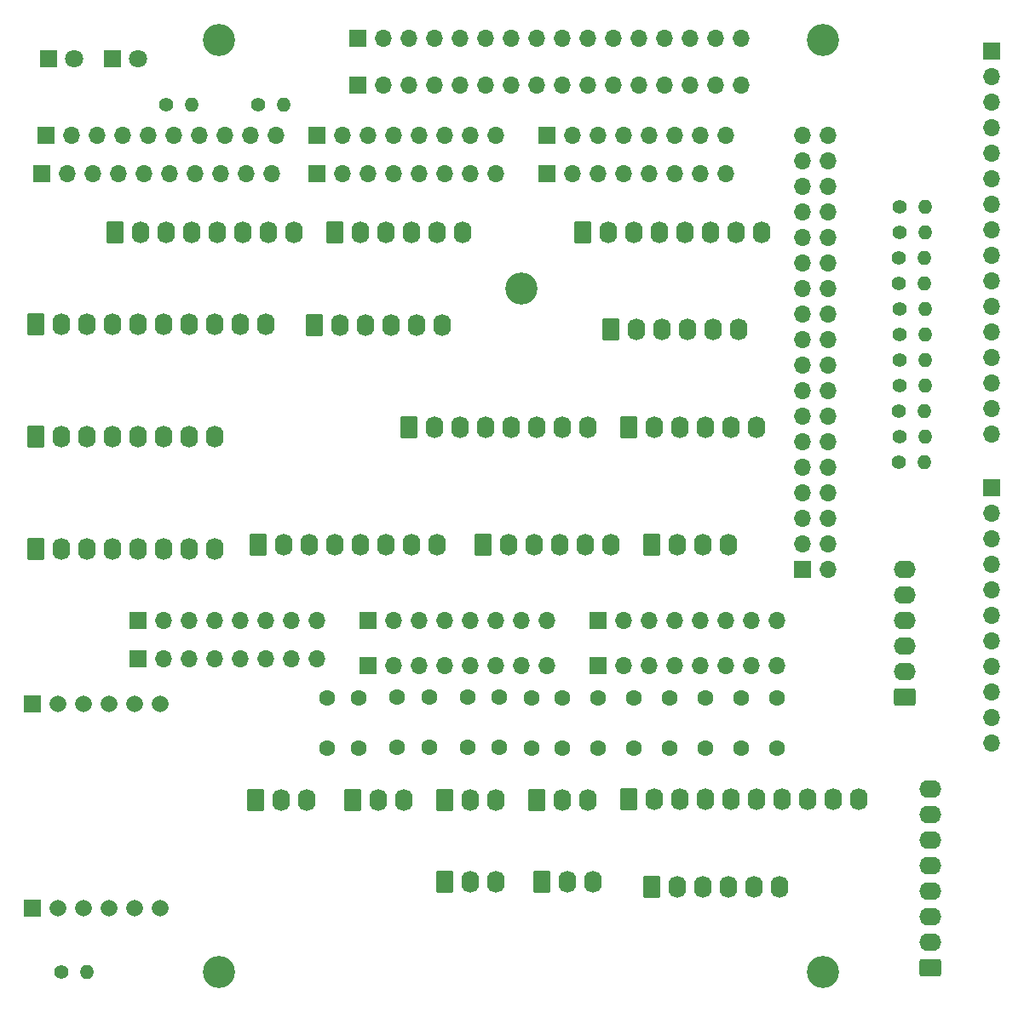
<source format=gbr>
%TF.GenerationSoftware,KiCad,Pcbnew,(6.0.7-1)-1*%
%TF.CreationDate,2023-10-30T19:47:36+10:00*%
%TF.ProjectId,Left Console Input,4c656674-2043-46f6-9e73-6f6c6520496e,rev?*%
%TF.SameCoordinates,Original*%
%TF.FileFunction,Soldermask,Top*%
%TF.FilePolarity,Negative*%
%FSLAX46Y46*%
G04 Gerber Fmt 4.6, Leading zero omitted, Abs format (unit mm)*
G04 Created by KiCad (PCBNEW (6.0.7-1)-1) date 2023-10-30 19:47:36*
%MOMM*%
%LPD*%
G01*
G04 APERTURE LIST*
G04 Aperture macros list*
%AMRoundRect*
0 Rectangle with rounded corners*
0 $1 Rounding radius*
0 $2 $3 $4 $5 $6 $7 $8 $9 X,Y pos of 4 corners*
0 Add a 4 corners polygon primitive as box body*
4,1,4,$2,$3,$4,$5,$6,$7,$8,$9,$2,$3,0*
0 Add four circle primitives for the rounded corners*
1,1,$1+$1,$2,$3*
1,1,$1+$1,$4,$5*
1,1,$1+$1,$6,$7*
1,1,$1+$1,$8,$9*
0 Add four rect primitives between the rounded corners*
20,1,$1+$1,$2,$3,$4,$5,0*
20,1,$1+$1,$4,$5,$6,$7,0*
20,1,$1+$1,$6,$7,$8,$9,0*
20,1,$1+$1,$8,$9,$2,$3,0*%
G04 Aperture macros list end*
%ADD10RoundRect,0.250000X-0.620000X-0.845000X0.620000X-0.845000X0.620000X0.845000X-0.620000X0.845000X0*%
%ADD11O,1.740000X2.190000*%
%ADD12RoundRect,0.250000X0.845000X-0.620000X0.845000X0.620000X-0.845000X0.620000X-0.845000X-0.620000X0*%
%ADD13O,2.190000X1.740000*%
%ADD14C,1.600000*%
%ADD15R,1.700000X1.700000*%
%ADD16O,1.700000X1.700000*%
%ADD17C,1.400000*%
%ADD18O,1.400000X1.400000*%
%ADD19C,3.200000*%
%ADD20R,1.800000X1.800000*%
%ADD21C,1.800000*%
%ADD22R,1.665000X1.665000*%
%ADD23C,1.665000*%
G04 APERTURE END LIST*
D10*
%TO.C,J5*%
X158420000Y-123388000D03*
D11*
X160960000Y-123388000D03*
X163500000Y-123388000D03*
%TD*%
D10*
%TO.C,J4*%
X168072000Y-123388000D03*
D11*
X170612000Y-123388000D03*
X173152000Y-123388000D03*
%TD*%
D10*
%TO.C,J22*%
X125654000Y-58852000D03*
D11*
X128194000Y-58852000D03*
X130734000Y-58852000D03*
X133274000Y-58852000D03*
X135814000Y-58852000D03*
X138354000Y-58852000D03*
X140894000Y-58852000D03*
X143434000Y-58852000D03*
%TD*%
D10*
%TO.C,J21*%
X117780000Y-90348000D03*
D11*
X120320000Y-90348000D03*
X122860000Y-90348000D03*
X125400000Y-90348000D03*
X127940000Y-90348000D03*
X130480000Y-90348000D03*
X133020000Y-90348000D03*
X135560000Y-90348000D03*
%TD*%
D12*
%TO.C,J19*%
X206680000Y-132004000D03*
D13*
X206680000Y-129464000D03*
X206680000Y-126924000D03*
X206680000Y-124384000D03*
X206680000Y-121844000D03*
X206680000Y-119304000D03*
X206680000Y-116764000D03*
X206680000Y-114224000D03*
%TD*%
D10*
%TO.C,J18*%
X176708000Y-78176000D03*
D11*
X179248000Y-78176000D03*
X181788000Y-78176000D03*
X184328000Y-78176000D03*
X186868000Y-78176000D03*
X189408000Y-78176000D03*
%TD*%
D10*
%TO.C,J17*%
X154864000Y-78176000D03*
D11*
X157404000Y-78176000D03*
X159944000Y-78176000D03*
X162484000Y-78176000D03*
X165024000Y-78176000D03*
X167564000Y-78176000D03*
X170104000Y-78176000D03*
X172644000Y-78176000D03*
%TD*%
D10*
%TO.C,J16*%
X139878000Y-89860000D03*
D11*
X142418000Y-89860000D03*
X144958000Y-89860000D03*
X147498000Y-89860000D03*
X150038000Y-89860000D03*
X152578000Y-89860000D03*
X155118000Y-89860000D03*
X157658000Y-89860000D03*
%TD*%
D10*
%TO.C,J15*%
X176708000Y-115240000D03*
D11*
X179248000Y-115240000D03*
X181788000Y-115240000D03*
X184328000Y-115240000D03*
X186868000Y-115240000D03*
X189408000Y-115240000D03*
X191948000Y-115240000D03*
X194488000Y-115240000D03*
X197028000Y-115240000D03*
X199568000Y-115240000D03*
%TD*%
D10*
%TO.C,J13*%
X172136000Y-58852000D03*
D11*
X174676000Y-58852000D03*
X177216000Y-58852000D03*
X179756000Y-58852000D03*
X182296000Y-58852000D03*
X184836000Y-58852000D03*
X187376000Y-58852000D03*
X189916000Y-58852000D03*
%TD*%
D10*
%TO.C,J12*%
X158420000Y-115260000D03*
D11*
X160960000Y-115260000D03*
X163500000Y-115260000D03*
%TD*%
D10*
%TO.C,J11*%
X145466000Y-68016000D03*
D11*
X148006000Y-68016000D03*
X150546000Y-68016000D03*
X153086000Y-68016000D03*
X155626000Y-68016000D03*
X158166000Y-68016000D03*
%TD*%
D10*
%TO.C,J10*%
X167564000Y-115260000D03*
D11*
X170104000Y-115260000D03*
X172644000Y-115260000D03*
%TD*%
%TO.C,J9*%
X186614000Y-89860000D03*
X184074000Y-89860000D03*
X181534000Y-89860000D03*
D10*
X178994000Y-89860000D03*
%TD*%
%TO.C,J7*%
X149276000Y-115260000D03*
D11*
X151816000Y-115260000D03*
X154356000Y-115260000D03*
%TD*%
D10*
%TO.C,J6*%
X139624000Y-115260000D03*
D11*
X142164000Y-115260000D03*
X144704000Y-115260000D03*
%TD*%
D10*
%TO.C,J3*%
X117780000Y-67996000D03*
D11*
X120320000Y-67996000D03*
X122860000Y-67996000D03*
X125400000Y-67996000D03*
X127940000Y-67996000D03*
X130480000Y-67996000D03*
X133020000Y-67996000D03*
X135560000Y-67996000D03*
X138100000Y-67996000D03*
X140640000Y-67996000D03*
%TD*%
D12*
%TO.C,J2*%
X204140000Y-105080000D03*
D13*
X204140000Y-102540000D03*
X204140000Y-100000000D03*
X204140000Y-97460000D03*
X204140000Y-94920000D03*
X204140000Y-92380000D03*
%TD*%
D10*
%TO.C,J1*%
X117780000Y-79172000D03*
D11*
X120320000Y-79172000D03*
X122860000Y-79172000D03*
X125400000Y-79172000D03*
X127940000Y-79172000D03*
X130480000Y-79172000D03*
X133020000Y-79172000D03*
X135560000Y-79172000D03*
%TD*%
D10*
%TO.C,J23*%
X147498000Y-58852000D03*
D11*
X150038000Y-58852000D03*
X152578000Y-58852000D03*
X155118000Y-58852000D03*
X157658000Y-58852000D03*
X160198000Y-58852000D03*
%TD*%
D10*
%TO.C,J20*%
X178994000Y-123896000D03*
D11*
X181534000Y-123896000D03*
X184074000Y-123896000D03*
X186614000Y-123896000D03*
X189154000Y-123896000D03*
X191694000Y-123896000D03*
%TD*%
D10*
%TO.C,J14*%
X174930000Y-68504000D03*
D11*
X177470000Y-68504000D03*
X180010000Y-68504000D03*
X182550000Y-68504000D03*
X185090000Y-68504000D03*
X187630000Y-68504000D03*
%TD*%
D10*
%TO.C,J8*%
X162230000Y-89860000D03*
D11*
X164770000Y-89860000D03*
X167310000Y-89860000D03*
X169850000Y-89860000D03*
X172390000Y-89860000D03*
X174930000Y-89860000D03*
%TD*%
D14*
%TO.C,C13*%
X173660000Y-105120000D03*
X173660000Y-110120000D03*
%TD*%
%TO.C,C11*%
X177216000Y-105120000D03*
X177216000Y-110120000D03*
%TD*%
%TO.C,C9*%
X180772000Y-105120000D03*
X180772000Y-110120000D03*
%TD*%
%TO.C,C7*%
X184368000Y-110120000D03*
X184368000Y-105120000D03*
%TD*%
%TO.C,C5*%
X187924000Y-105120000D03*
X187924000Y-110120000D03*
%TD*%
%TO.C,C3*%
X191480000Y-105120000D03*
X191480000Y-110120000D03*
%TD*%
%TO.C,C2*%
X167056000Y-105120000D03*
X167056000Y-110120000D03*
%TD*%
%TO.C,C1*%
X170104000Y-105120000D03*
X170104000Y-110120000D03*
%TD*%
D15*
%TO.C,J37*%
X193980000Y-92380000D03*
D16*
X196520000Y-92380000D03*
X193980000Y-89840000D03*
X196520000Y-89840000D03*
X193980000Y-87300000D03*
X196520000Y-87300000D03*
X193980000Y-84760000D03*
X196520000Y-84760000D03*
X193980000Y-82220000D03*
X196520000Y-82220000D03*
X193980000Y-79680000D03*
X196520000Y-79680000D03*
X193980000Y-77140000D03*
X196520000Y-77140000D03*
X193980000Y-74600000D03*
X196520000Y-74600000D03*
X193980000Y-72060000D03*
X196520000Y-72060000D03*
X193980000Y-69520000D03*
X196520000Y-69520000D03*
X193980000Y-66980000D03*
X196520000Y-66980000D03*
X193980000Y-64440000D03*
X196520000Y-64440000D03*
X193980000Y-61900000D03*
X196520000Y-61900000D03*
X193980000Y-59360000D03*
X196520000Y-59360000D03*
X193980000Y-56820000D03*
X196520000Y-56820000D03*
X193980000Y-54280000D03*
X196520000Y-54280000D03*
X193980000Y-51740000D03*
X196520000Y-51740000D03*
X193980000Y-49200000D03*
X196520000Y-49200000D03*
%TD*%
D15*
%TO.C,J34*%
X127940000Y-97460000D03*
D16*
X130480000Y-97460000D03*
X133020000Y-97460000D03*
X135560000Y-97460000D03*
X138100000Y-97460000D03*
X140640000Y-97460000D03*
X143180000Y-97460000D03*
X145720000Y-97460000D03*
%TD*%
D15*
%TO.C,J35*%
X150800000Y-97460000D03*
D16*
X153340000Y-97460000D03*
X155880000Y-97460000D03*
X158420000Y-97460000D03*
X160960000Y-97460000D03*
X163500000Y-97460000D03*
X166040000Y-97460000D03*
X168580000Y-97460000D03*
%TD*%
D15*
%TO.C,J36*%
X173660000Y-97460000D03*
D16*
X176200000Y-97460000D03*
X178740000Y-97460000D03*
X181280000Y-97460000D03*
X183820000Y-97460000D03*
X186360000Y-97460000D03*
X188900000Y-97460000D03*
X191440000Y-97460000D03*
%TD*%
D15*
%TO.C,J38*%
X118796000Y-49200000D03*
D16*
X121336000Y-49200000D03*
X123876000Y-49200000D03*
X126416000Y-49200000D03*
X128956000Y-49200000D03*
X131496000Y-49200000D03*
X134036000Y-49200000D03*
X136576000Y-49200000D03*
X139116000Y-49200000D03*
X141656000Y-49200000D03*
%TD*%
D15*
%TO.C,J39*%
X145720000Y-49200000D03*
D16*
X148260000Y-49200000D03*
X150800000Y-49200000D03*
X153340000Y-49200000D03*
X155880000Y-49200000D03*
X158420000Y-49200000D03*
X160960000Y-49200000D03*
X163500000Y-49200000D03*
%TD*%
D15*
%TO.C,J40*%
X168580000Y-49200000D03*
D16*
X171120000Y-49200000D03*
X173660000Y-49200000D03*
X176200000Y-49200000D03*
X178740000Y-49200000D03*
X181280000Y-49200000D03*
X183820000Y-49200000D03*
X186360000Y-49200000D03*
%TD*%
D17*
%TO.C,R5*%
X203632000Y-69012000D03*
D18*
X206172000Y-69012000D03*
%TD*%
D17*
%TO.C,R2*%
X130784000Y-46152000D03*
D18*
X133324000Y-46152000D03*
%TD*%
D14*
%TO.C,C14*%
X146736000Y-105120000D03*
X146736000Y-110120000D03*
%TD*%
D17*
%TO.C,R7*%
X203632000Y-66472000D03*
D18*
X206172000Y-66472000D03*
%TD*%
D17*
%TO.C,R14*%
X120325000Y-132385000D03*
D18*
X122865000Y-132385000D03*
%TD*%
D15*
%TO.C,J32*%
X149784000Y-44198000D03*
D16*
X152324000Y-44198000D03*
X154864000Y-44198000D03*
X157404000Y-44198000D03*
X159944000Y-44198000D03*
X162484000Y-44198000D03*
X165024000Y-44198000D03*
X167564000Y-44198000D03*
X170104000Y-44198000D03*
X172644000Y-44198000D03*
X175184000Y-44198000D03*
X177724000Y-44198000D03*
X180264000Y-44198000D03*
X182804000Y-44198000D03*
X185344000Y-44198000D03*
X187884000Y-44198000D03*
%TD*%
D15*
%TO.C,J30*%
X173660000Y-101905000D03*
D16*
X176200000Y-101905000D03*
X178740000Y-101905000D03*
X181280000Y-101905000D03*
X183820000Y-101905000D03*
X186360000Y-101905000D03*
X188900000Y-101905000D03*
X191440000Y-101905000D03*
%TD*%
D15*
%TO.C,J24*%
X212776000Y-40818000D03*
D16*
X212776000Y-43358000D03*
X212776000Y-45898000D03*
X212776000Y-48438000D03*
X212776000Y-50978000D03*
X212776000Y-53518000D03*
X212776000Y-56058000D03*
X212776000Y-58598000D03*
X212776000Y-61138000D03*
X212776000Y-63678000D03*
X212776000Y-66218000D03*
X212776000Y-68758000D03*
X212776000Y-71298000D03*
X212776000Y-73838000D03*
X212776000Y-76378000D03*
X212776000Y-78918000D03*
%TD*%
D19*
%TO.C,H2*%
X196020000Y-132385000D03*
%TD*%
D14*
%TO.C,C6*%
X160706000Y-105080000D03*
X160706000Y-110080000D03*
%TD*%
%TO.C,C8*%
X156896000Y-105080000D03*
X156896000Y-110080000D03*
%TD*%
D17*
%TO.C,R10*%
X203582000Y-61392000D03*
D18*
X206122000Y-61392000D03*
%TD*%
D15*
%TO.C,J33*%
X127940000Y-101270000D03*
D16*
X130480000Y-101270000D03*
X133020000Y-101270000D03*
X135560000Y-101270000D03*
X138100000Y-101270000D03*
X140640000Y-101270000D03*
X143180000Y-101270000D03*
X145720000Y-101270000D03*
%TD*%
D17*
%TO.C,R8*%
X203632000Y-56312000D03*
D18*
X206172000Y-56312000D03*
%TD*%
D17*
%TO.C,R11*%
X203582000Y-81712000D03*
D18*
X206122000Y-81712000D03*
%TD*%
D14*
%TO.C,C12*%
X149911000Y-105120000D03*
X149911000Y-110120000D03*
%TD*%
D17*
%TO.C,R3*%
X203632000Y-58852000D03*
D18*
X206172000Y-58852000D03*
%TD*%
D19*
%TO.C,H3*%
X196020000Y-39675000D03*
%TD*%
D15*
%TO.C,J28*%
X168580000Y-53010000D03*
D16*
X171120000Y-53010000D03*
X173660000Y-53010000D03*
X176200000Y-53010000D03*
X178740000Y-53010000D03*
X181280000Y-53010000D03*
X183820000Y-53010000D03*
X186360000Y-53010000D03*
%TD*%
D14*
%TO.C,C4*%
X163881000Y-105080000D03*
X163881000Y-110080000D03*
%TD*%
D17*
%TO.C,R4*%
X203582000Y-63932000D03*
D18*
X206122000Y-63932000D03*
%TD*%
D15*
%TO.C,J27*%
X145720000Y-53010000D03*
D16*
X148260000Y-53010000D03*
X150800000Y-53010000D03*
X153340000Y-53010000D03*
X155880000Y-53010000D03*
X158420000Y-53010000D03*
X160960000Y-53010000D03*
X163500000Y-53010000D03*
%TD*%
D15*
%TO.C,J29*%
X150800000Y-101905000D03*
D16*
X153340000Y-101905000D03*
X155880000Y-101905000D03*
X158420000Y-101905000D03*
X160960000Y-101905000D03*
X163500000Y-101905000D03*
X166040000Y-101905000D03*
X168580000Y-101905000D03*
%TD*%
D17*
%TO.C,R9*%
X203632000Y-74092000D03*
D18*
X206172000Y-74092000D03*
%TD*%
D17*
%TO.C,R6*%
X203632000Y-71552000D03*
D18*
X206172000Y-71552000D03*
%TD*%
D20*
%TO.C,D1*%
X125395000Y-41580000D03*
D21*
X127935000Y-41580000D03*
%TD*%
D17*
%TO.C,R12*%
X203632000Y-79172000D03*
D18*
X206172000Y-79172000D03*
%TD*%
D17*
%TO.C,R1*%
X139928000Y-46152000D03*
D18*
X142468000Y-46152000D03*
%TD*%
D15*
%TO.C,J25*%
X212776000Y-84252000D03*
D16*
X212776000Y-86792000D03*
X212776000Y-89332000D03*
X212776000Y-91872000D03*
X212776000Y-94412000D03*
X212776000Y-96952000D03*
X212776000Y-99492000D03*
X212776000Y-102032000D03*
X212776000Y-104572000D03*
X212776000Y-107112000D03*
X212776000Y-109652000D03*
%TD*%
D19*
%TO.C,MH1*%
X166040000Y-64440000D03*
%TD*%
D22*
%TO.C,U1*%
X117495000Y-126035000D03*
D23*
X120035000Y-126035000D03*
X122575000Y-126035000D03*
X125115000Y-126035000D03*
X127655000Y-126035000D03*
X130195000Y-126035000D03*
D22*
X117495000Y-105715000D03*
D23*
X120035000Y-105715000D03*
X122575000Y-105715000D03*
X125115000Y-105715000D03*
X127655000Y-105715000D03*
X130195000Y-105715000D03*
%TD*%
D15*
%TO.C,J26*%
X118415000Y-53010000D03*
D16*
X120955000Y-53010000D03*
X123495000Y-53010000D03*
X126035000Y-53010000D03*
X128575000Y-53010000D03*
X131115000Y-53010000D03*
X133655000Y-53010000D03*
X136195000Y-53010000D03*
X138735000Y-53010000D03*
X141275000Y-53010000D03*
%TD*%
D19*
%TO.C,H1*%
X136020000Y-132385000D03*
%TD*%
D14*
%TO.C,C10*%
X153721000Y-105080000D03*
X153721000Y-110080000D03*
%TD*%
D15*
%TO.C,J31*%
X149784000Y-39548000D03*
D16*
X152324000Y-39548000D03*
X154864000Y-39548000D03*
X157404000Y-39548000D03*
X159944000Y-39548000D03*
X162484000Y-39548000D03*
X165024000Y-39548000D03*
X167564000Y-39548000D03*
X170104000Y-39548000D03*
X172644000Y-39548000D03*
X175184000Y-39548000D03*
X177724000Y-39548000D03*
X180264000Y-39548000D03*
X182804000Y-39548000D03*
X185344000Y-39548000D03*
X187884000Y-39548000D03*
%TD*%
D20*
%TO.C,D2*%
X119045000Y-41580000D03*
D21*
X121585000Y-41580000D03*
%TD*%
D19*
%TO.C,H4*%
X136020000Y-39675000D03*
%TD*%
D17*
%TO.C,R13*%
X203582000Y-76632000D03*
D18*
X206122000Y-76632000D03*
%TD*%
M02*

</source>
